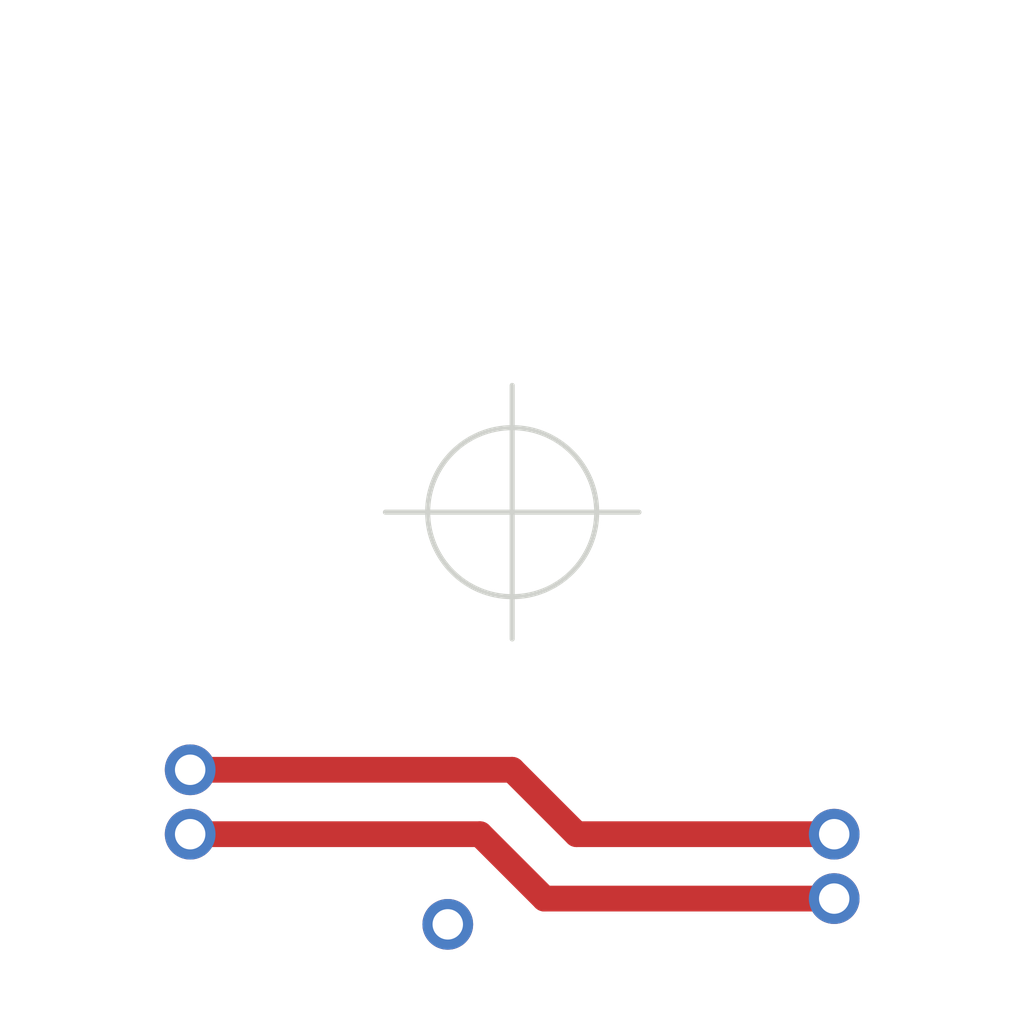
<source format=kicad_pcb>
(kicad_pcb (version 20211014) (generator pcbnew)

  (general
    (thickness 1.6)
  )

  (paper "A4")
  (layers
    (0 "F.Cu" signal)
    (31 "B.Cu" signal)
    (32 "B.Adhes" user "B.Adhesive")
    (33 "F.Adhes" user "F.Adhesive")
    (34 "B.Paste" user)
    (35 "F.Paste" user)
    (36 "B.SilkS" user "B.Silkscreen")
    (37 "F.SilkS" user "F.Silkscreen")
    (38 "B.Mask" user)
    (39 "F.Mask" user)
    (40 "Dwgs.User" user "User.Drawings")
    (41 "Cmts.User" user "User.Comments")
    (42 "Eco1.User" user "User.Eco1")
    (43 "Eco2.User" user "User.Eco2")
    (44 "Edge.Cuts" user)
    (45 "Margin" user)
    (46 "B.CrtYd" user "B.Courtyard")
    (47 "F.CrtYd" user "F.Courtyard")
    (48 "B.Fab" user)
    (49 "F.Fab" user)
    (50 "User.1" user)
    (51 "User.2" user)
    (52 "User.3" user)
    (53 "User.4" user)
    (54 "User.5" user)
    (55 "User.6" user)
    (56 "User.7" user)
    (57 "User.8" user)
    (58 "User.9" user)
  )

  (setup
    (pad_to_mask_clearance 0)
    (aux_axis_origin 130 150)
    (grid_origin 130 150)
    (pcbplotparams
      (layerselection 0x00010fc_ffffffff)
      (disableapertmacros false)
      (usegerberextensions false)
      (usegerberattributes true)
      (usegerberadvancedattributes true)
      (creategerberjobfile true)
      (svguseinch false)
      (svgprecision 6)
      (excludeedgelayer true)
      (plotframeref false)
      (viasonmask false)
      (mode 1)
      (useauxorigin false)
      (hpglpennumber 1)
      (hpglpenspeed 20)
      (hpglpendiameter 15.000000)
      (dxfpolygonmode true)
      (dxfimperialunits true)
      (dxfusepcbnewfont true)
      (psnegative false)
      (psa4output false)
      (plotreference true)
      (plotvalue true)
      (plotinvisibletext false)
      (sketchpadsonfab false)
      (subtractmaskfromsilk false)
      (outputformat 1)
      (mirror false)
      (drillshape 1)
      (scaleselection 1)
      (outputdirectory "")
    )
  )

  (net 0 "")

  (gr_rect (start 120 140) (end 140 160) (layer "User.1") (width 0.2) (fill none) (tstamp 502e4c1f-4fae-4433-9494-1aec118fe0f5))
  (gr_rect (start 120.1 140.1) (end 139.9 159.9) (layer "User.6") (width 0) (fill solid) (tstamp 76427828-f554-4d7a-953f-870aceea478d))
  (gr_text "B" (at 130 148) (layer "User.3") (tstamp 4c1995d5-e7ff-4426-a9b0-2cd443d7f294)
    (effects (font (size 10 10) (thickness 1)))
  )
  (target plus (at 130 150) (size 5) (width 0.1) (layer "Edge.Cuts") (tstamp 50b2f3bb-c97b-4805-a795-e129f4e945b0))

  (segment (start 130 155.08) (end 131.27 156.35) (width 0.508) (layer "F.Cu") (net 0) (tstamp 03e64a0a-b472-4668-9adc-dba53ebbbc12))
  (segment (start 123.65 155.08) (end 130 155.08) (width 0.508) (layer "F.Cu") (net 0) (tstamp 1e0d3954-7460-4b34-ab38-456040de7afd))
  (segment (start 130.635 157.62) (end 136.35 157.62) (width 0.508) (layer "F.Cu") (net 0) (tstamp 28a0373d-516a-483e-900b-267cafd9aeee))
  (segment (start 131.27 156.35) (end 136.35 156.35) (width 0.508) (layer "F.Cu") (net 0) (tstamp 350f32a4-08af-4264-a033-ad9800ee6695))
  (segment (start 123.65 156.35) (end 129.365 156.35) (width 0.508) (layer "F.Cu") (net 0) (tstamp 5cb0efb9-6af9-48a5-8a34-112546e16ccf))
  (segment (start 129.365 156.35) (end 130.635 157.62) (width 0.508) (layer "F.Cu") (net 0) (tstamp c4ba5c1c-1ecf-4ef8-8b2b-77f39bbb1060))
  (via (at 136.35 157.62) (size 1) (drill 0.6) (layers "F.Cu" "B.Cu") (free) (net 0) (tstamp 32047614-c7ae-4b5f-8ff9-011c4c5ca738))
  (via (at 128.73 158.128) (size 1) (drill 0.6) (layers "F.Cu" "B.Cu") (free) (net 0) (tstamp 33973315-86f6-4da7-bbab-e10403f64e9d))
  (via (at 123.65 156.35) (size 1) (drill 0.6) (layers "F.Cu" "B.Cu") (free) (net 0) (tstamp 524d49e5-191a-4d8b-88d2-bd393be68d04))
  (via (at 123.65 155.08) (size 1) (drill 0.6) (layers "F.Cu" "B.Cu") (free) (net 0) (tstamp cb25c999-4af6-4494-aafb-c26072c842b0))
  (via (at 136.35 156.35) (size 1) (drill 0.6) (layers "F.Cu" "B.Cu") (free) (net 0) (tstamp e8b3681b-d8f6-416b-b437-3cc51deaf541))

)

</source>
